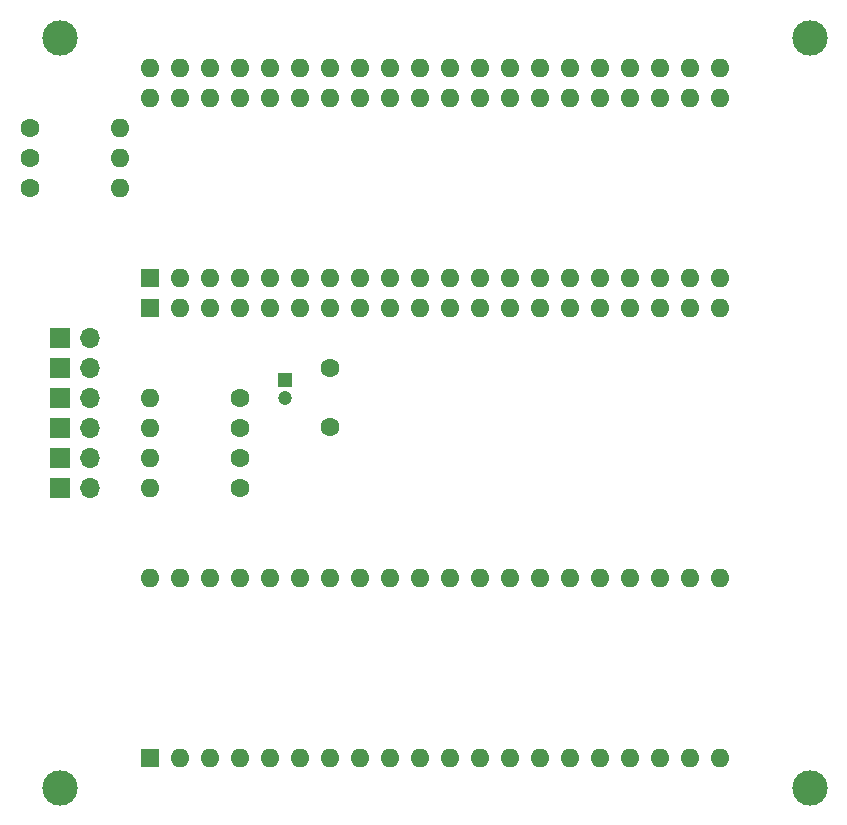
<source format=gbr>
%TF.GenerationSoftware,KiCad,Pcbnew,7.0.6*%
%TF.CreationDate,2023-07-19T18:48:30+09:00*%
%TF.ProjectId,TangNano6809MEM,54616e67-4e61-46e6-9f36-3830394d454d,rev?*%
%TF.SameCoordinates,Original*%
%TF.FileFunction,Soldermask,Top*%
%TF.FilePolarity,Negative*%
%FSLAX46Y46*%
G04 Gerber Fmt 4.6, Leading zero omitted, Abs format (unit mm)*
G04 Created by KiCad (PCBNEW 7.0.6) date 2023-07-19 18:48:30*
%MOMM*%
%LPD*%
G01*
G04 APERTURE LIST*
%ADD10R,1.600000X1.600000*%
%ADD11O,1.600000X1.600000*%
%ADD12R,1.200000X1.200000*%
%ADD13C,1.200000*%
%ADD14C,3.000000*%
%ADD15R,1.700000X1.700000*%
%ADD16O,1.700000X1.700000*%
%ADD17C,1.600000*%
G04 APERTURE END LIST*
D10*
%TO.C,J1*%
X12700000Y-66040000D03*
D11*
X15240000Y-66040000D03*
X17780000Y-66040000D03*
X20320000Y-66040000D03*
X22860000Y-66040000D03*
X25400000Y-66040000D03*
X27940000Y-66040000D03*
X30480000Y-66040000D03*
X33020000Y-66040000D03*
X35560000Y-66040000D03*
X38100000Y-66040000D03*
X40640000Y-66040000D03*
X43180000Y-66040000D03*
X45720000Y-66040000D03*
X48260000Y-66040000D03*
X50800000Y-66040000D03*
X53340000Y-66040000D03*
X55880000Y-66040000D03*
X58420000Y-66040000D03*
X60960000Y-66040000D03*
X60960000Y-50800000D03*
X58420000Y-50800000D03*
X55880000Y-50800000D03*
X53340000Y-50800000D03*
X50800000Y-50800000D03*
X48260000Y-50800000D03*
X45720000Y-50800000D03*
X43180000Y-50800000D03*
X40640000Y-50800000D03*
X38100000Y-50800000D03*
X35560000Y-50800000D03*
X33020000Y-50800000D03*
X30480000Y-50800000D03*
X27940000Y-50800000D03*
X25400000Y-50800000D03*
X22860000Y-50800000D03*
X20320000Y-50800000D03*
X17780000Y-50800000D03*
X15240000Y-50800000D03*
X12700000Y-50800000D03*
%TD*%
D12*
%TO.C,C2*%
X24130000Y-34060000D03*
D13*
X24130000Y-35560000D03*
%TD*%
D14*
%TO.C,REF\u002A\u002A*%
X68580000Y-68580000D03*
%TD*%
D15*
%TO.C,J3*%
X5080000Y-43180000D03*
D16*
X7620000Y-43180000D03*
%TD*%
D17*
%TO.C,R3*%
X20320000Y-40640000D03*
D11*
X12700000Y-40640000D03*
%TD*%
D17*
%TO.C,R1*%
X2540000Y-12700000D03*
D11*
X10160000Y-12700000D03*
%TD*%
D15*
%TO.C,J8*%
X5080000Y-40640000D03*
D16*
X7620000Y-40640000D03*
%TD*%
D17*
%TO.C,R4*%
X20320000Y-43180000D03*
D11*
X12700000Y-43180000D03*
%TD*%
D17*
%TO.C,R2*%
X20320000Y-38100000D03*
D11*
X12700000Y-38100000D03*
%TD*%
D14*
%TO.C,REF\u002A\u002A*%
X5080000Y-5080000D03*
%TD*%
D17*
%TO.C,R7*%
X2540000Y-15240000D03*
D11*
X10160000Y-15240000D03*
%TD*%
D15*
%TO.C,J4*%
X5080000Y-30480000D03*
D16*
X7620000Y-30480000D03*
%TD*%
D15*
%TO.C,J5*%
X5080000Y-33020000D03*
D16*
X7620000Y-33020000D03*
%TD*%
D17*
%TO.C,R5*%
X2540000Y-17780000D03*
D11*
X10160000Y-17780000D03*
%TD*%
D17*
%TO.C,C1*%
X27940000Y-33020000D03*
X27940000Y-38020000D03*
%TD*%
D10*
%TO.C,U1*%
X12700000Y-25400000D03*
D11*
X15240000Y-25400000D03*
X17780000Y-25400000D03*
X20320000Y-25400000D03*
X22860000Y-25400000D03*
X25400000Y-25400000D03*
X27940000Y-25400000D03*
X30480000Y-25400000D03*
X33020000Y-25400000D03*
X35560000Y-25400000D03*
X38100000Y-25400000D03*
X40640000Y-25400000D03*
X43180000Y-25400000D03*
X45720000Y-25400000D03*
X48260000Y-25400000D03*
X50800000Y-25400000D03*
X53340000Y-25400000D03*
X55880000Y-25400000D03*
X58420000Y-25400000D03*
X60960000Y-25400000D03*
X60960000Y-10160000D03*
X58420000Y-10160000D03*
X55880000Y-10160000D03*
X53340000Y-10160000D03*
X50800000Y-10160000D03*
X48260000Y-10160000D03*
X45720000Y-10160000D03*
X43180000Y-10160000D03*
X40640000Y-10160000D03*
X38100000Y-10160000D03*
X35560000Y-10160000D03*
X33020000Y-10160000D03*
X30480000Y-10160000D03*
X27940000Y-10160000D03*
X25400000Y-10160000D03*
X22860000Y-10160000D03*
X20320000Y-10160000D03*
X17780000Y-10160000D03*
X15240000Y-10160000D03*
X12700000Y-10160000D03*
%TD*%
D10*
%TO.C,J2*%
X12700000Y-27940000D03*
D11*
X15240000Y-27940000D03*
X17780000Y-27940000D03*
X20320000Y-27940000D03*
X22860000Y-27940000D03*
X25400000Y-27940000D03*
X27940000Y-27940000D03*
X30480000Y-27940000D03*
X33020000Y-27940000D03*
X35560000Y-27940000D03*
X38100000Y-27940000D03*
X40640000Y-27940000D03*
X43180000Y-27940000D03*
X45720000Y-27940000D03*
X48260000Y-27940000D03*
X50800000Y-27940000D03*
X53340000Y-27940000D03*
X55880000Y-27940000D03*
X58420000Y-27940000D03*
X60960000Y-27940000D03*
X60960000Y-7620000D03*
X58420000Y-7620000D03*
X55880000Y-7620000D03*
X53340000Y-7620000D03*
X50800000Y-7620000D03*
X48260000Y-7620000D03*
X45720000Y-7620000D03*
X43180000Y-7620000D03*
X40640000Y-7620000D03*
X38100000Y-7620000D03*
X35560000Y-7620000D03*
X33020000Y-7620000D03*
X30480000Y-7620000D03*
X27940000Y-7620000D03*
X25400000Y-7620000D03*
X22860000Y-7620000D03*
X20320000Y-7620000D03*
X17780000Y-7620000D03*
X15240000Y-7620000D03*
X12700000Y-7620000D03*
%TD*%
D15*
%TO.C,J7*%
X5080000Y-38100000D03*
D16*
X7620000Y-38100000D03*
%TD*%
D14*
%TO.C,REF\u002A\u002A*%
X5080000Y-68580000D03*
%TD*%
D17*
%TO.C,R6*%
X20320000Y-35560000D03*
D11*
X12700000Y-35560000D03*
%TD*%
D14*
%TO.C,REF\u002A\u002A*%
X68580000Y-5080000D03*
%TD*%
D15*
%TO.C,J6*%
X5080000Y-35560000D03*
D16*
X7620000Y-35560000D03*
%TD*%
M02*

</source>
